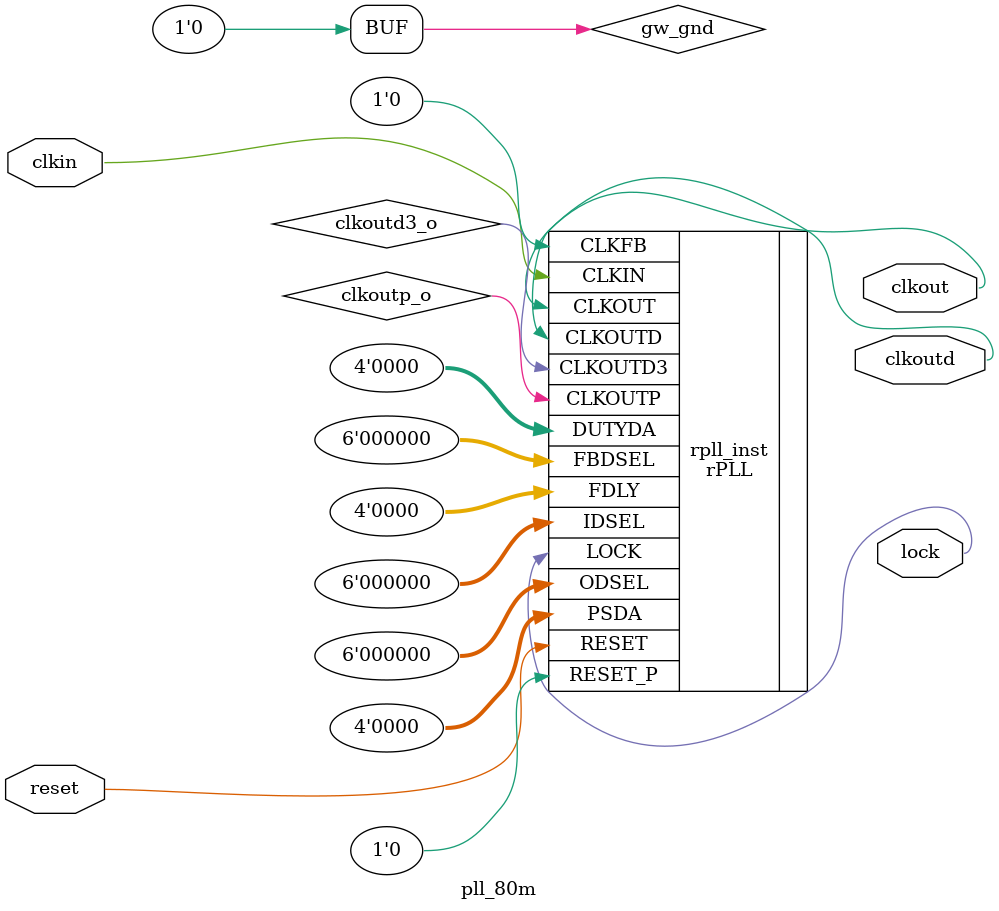
<source format=v>

module pll_80m (clkout, lock, clkoutd, reset, clkin);

output clkout;
output lock;
output clkoutd;
input reset;
input clkin;

wire clkoutp_o;
wire clkoutd3_o;
wire gw_gnd;

assign gw_gnd = 1'b0;

rPLL rpll_inst (
    .CLKOUT(clkout),
    .LOCK(lock),
    .CLKOUTP(clkoutp_o),
    .CLKOUTD(clkoutd),
    .CLKOUTD3(clkoutd3_o),
    .RESET(reset),
    .RESET_P(gw_gnd),
    .CLKIN(clkin),
    .CLKFB(gw_gnd),
    .FBDSEL({gw_gnd,gw_gnd,gw_gnd,gw_gnd,gw_gnd,gw_gnd}),
    .IDSEL({gw_gnd,gw_gnd,gw_gnd,gw_gnd,gw_gnd,gw_gnd}),
    .ODSEL({gw_gnd,gw_gnd,gw_gnd,gw_gnd,gw_gnd,gw_gnd}),
    .PSDA({gw_gnd,gw_gnd,gw_gnd,gw_gnd}),
    .DUTYDA({gw_gnd,gw_gnd,gw_gnd,gw_gnd}),
    .FDLY({gw_gnd,gw_gnd,gw_gnd,gw_gnd})
);

defparam rpll_inst.FCLKIN = "40";
defparam rpll_inst.DYN_IDIV_SEL = "false";
defparam rpll_inst.IDIV_SEL = 0;
defparam rpll_inst.DYN_FBDIV_SEL = "false";
defparam rpll_inst.FBDIV_SEL = 1;
defparam rpll_inst.DYN_ODIV_SEL = "false";
defparam rpll_inst.ODIV_SEL = 8;
defparam rpll_inst.PSDA_SEL = "0000";
defparam rpll_inst.DYN_DA_EN = "true";
defparam rpll_inst.DUTYDA_SEL = "1000";
defparam rpll_inst.CLKOUT_FT_DIR = 1'b1;
defparam rpll_inst.CLKOUTP_FT_DIR = 1'b1;
defparam rpll_inst.CLKOUT_DLY_STEP = 0;
defparam rpll_inst.CLKOUTP_DLY_STEP = 0;
defparam rpll_inst.CLKFB_SEL = "internal";
defparam rpll_inst.CLKOUT_BYPASS = "false";
defparam rpll_inst.CLKOUTP_BYPASS = "false";
defparam rpll_inst.CLKOUTD_BYPASS = "false";
defparam rpll_inst.DYN_SDIV_SEL = 2;
defparam rpll_inst.CLKOUTD_SRC = "CLKOUT";
defparam rpll_inst.CLKOUTD3_SRC = "CLKOUT";
defparam rpll_inst.DEVICE = "GW2AR-18C";

endmodule //pll_80m

</source>
